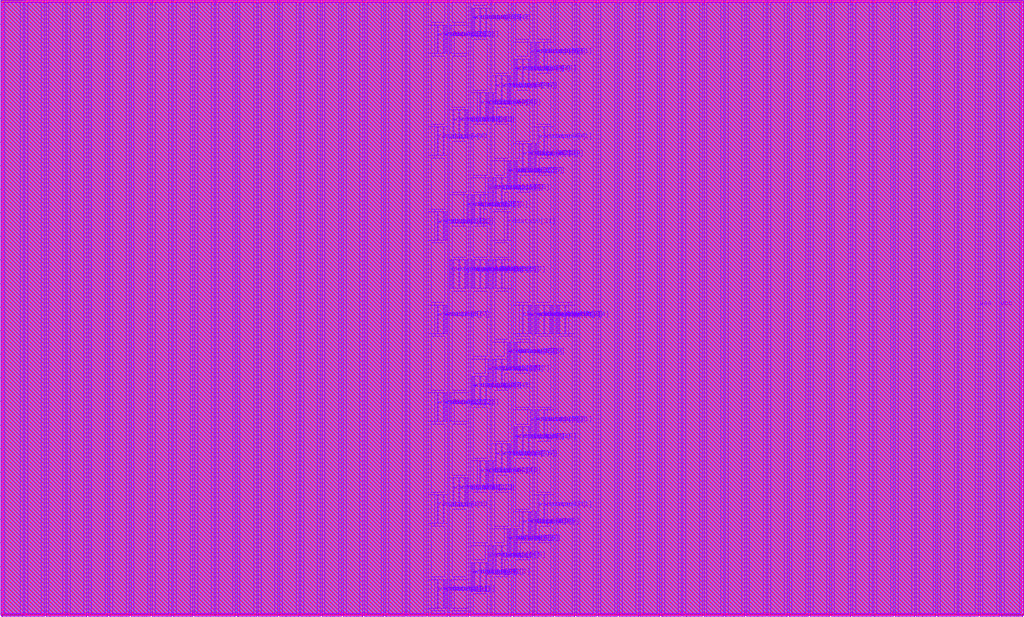
<source format=lef>
VERSION 5.8 ;
BUSBITCHARS "[]" ;
DIVIDERCHAR "/" ;

UNITS
  DATABASE MICRONS 4000 ;
END UNITS

PROPERTYDEFINITIONS
  MACRO hpml_layer STRING ;
  MACRO heml_layer STRING ;
END PROPERTYDEFINITIONS

MACRO arf054b256e1r1w0cbbeheaa4acw
  CLASS BLOCK ;
  FOREIGN arf054b256e1r1w0cbbeheaa4acw ;
  ORIGIN 0 0 ;
  SIZE 43.2 BY 25.92 ;
  PIN ckrdp0
    DIRECTION INPUT ;
    USE SIGNAL ;
    PORT
      LAYER m7 ;
        RECT 18.984 13.8 19.028 15 ;
    END
  END ckrdp0
  PIN ckwrp0
    DIRECTION INPUT ;
    USE SIGNAL ;
    PORT
      LAYER m7 ;
        RECT 22.028 11.88 22.072 13.08 ;
    END
  END ckwrp0
  PIN rdaddrp0[0]
    DIRECTION INPUT ;
    USE SIGNAL ;
    PORT
      LAYER m7 ;
        RECT 19.884 13.8 19.928 15 ;
    END
  END rdaddrp0[0]
  PIN rdaddrp0[1]
    DIRECTION INPUT ;
    USE SIGNAL ;
    PORT
      LAYER m7 ;
        RECT 19.972 13.8 20.016 15 ;
    END
  END rdaddrp0[1]
  PIN rdaddrp0[2]
    DIRECTION INPUT ;
    USE SIGNAL ;
    PORT
      LAYER m7 ;
        RECT 20.228 13.8 20.272 15 ;
    END
  END rdaddrp0[2]
  PIN rdaddrp0[3]
    DIRECTION INPUT ;
    USE SIGNAL ;
    PORT
      LAYER m7 ;
        RECT 20.484 13.8 20.528 15 ;
    END
  END rdaddrp0[3]
  PIN rdaddrp0[4]
    DIRECTION INPUT ;
    USE SIGNAL ;
    PORT
      LAYER m7 ;
        RECT 20.572 13.8 20.616 15 ;
    END
  END rdaddrp0[4]
  PIN rdaddrp0[5]
    DIRECTION INPUT ;
    USE SIGNAL ;
    PORT
      LAYER m7 ;
        RECT 20.784 13.8 20.828 15 ;
    END
  END rdaddrp0[5]
  PIN rdaddrp0[6]
    DIRECTION INPUT ;
    USE SIGNAL ;
    PORT
      LAYER m7 ;
        RECT 20.872 13.8 20.916 15 ;
    END
  END rdaddrp0[6]
  PIN rdaddrp0[7]
    DIRECTION INPUT ;
    USE SIGNAL ;
    PORT
      LAYER m7 ;
        RECT 21.128 13.8 21.172 15 ;
    END
  END rdaddrp0[7]
  PIN rdaddrp0_fd
    DIRECTION INPUT ;
    USE SIGNAL ;
    PORT
      LAYER m7 ;
        RECT 19.072 13.8 19.116 15 ;
    END
  END rdaddrp0_fd
  PIN rdaddrp0_rd
    DIRECTION INPUT ;
    USE SIGNAL ;
    PORT
      LAYER m7 ;
        RECT 19.328 13.8 19.372 15 ;
    END
  END rdaddrp0_rd
  PIN rdenp0
    DIRECTION INPUT ;
    USE SIGNAL ;
    PORT
      LAYER m7 ;
        RECT 19.584 13.8 19.628 15 ;
    END
  END rdenp0
  PIN sdl_initp0
    DIRECTION INPUT ;
    USE SIGNAL ;
    PORT
      LAYER m7 ;
        RECT 19.672 13.8 19.716 15 ;
    END
  END sdl_initp0
  PIN wraddrp0[0]
    DIRECTION INPUT ;
    USE SIGNAL ;
    PORT
      LAYER m7 ;
        RECT 23.184 11.88 23.228 13.08 ;
    END
  END wraddrp0[0]
  PIN wraddrp0[1]
    DIRECTION INPUT ;
    USE SIGNAL ;
    PORT
      LAYER m7 ;
        RECT 23.272 11.88 23.316 13.08 ;
    END
  END wraddrp0[1]
  PIN wraddrp0[2]
    DIRECTION INPUT ;
    USE SIGNAL ;
    PORT
      LAYER m7 ;
        RECT 23.484 11.88 23.528 13.08 ;
    END
  END wraddrp0[2]
  PIN wraddrp0[3]
    DIRECTION INPUT ;
    USE SIGNAL ;
    PORT
      LAYER m7 ;
        RECT 23.572 11.88 23.616 13.08 ;
    END
  END wraddrp0[3]
  PIN wraddrp0[4]
    DIRECTION INPUT ;
    USE SIGNAL ;
    PORT
      LAYER m7 ;
        RECT 23.828 11.88 23.872 13.08 ;
    END
  END wraddrp0[4]
  PIN wraddrp0[5]
    DIRECTION INPUT ;
    USE SIGNAL ;
    PORT
      LAYER m7 ;
        RECT 18.428 11.88 18.472 13.08 ;
    END
  END wraddrp0[5]
  PIN wraddrp0[6]
    DIRECTION INPUT ;
    USE SIGNAL ;
    PORT
      LAYER m7 ;
        RECT 18.684 11.88 18.728 13.08 ;
    END
  END wraddrp0[6]
  PIN wraddrp0[7]
    DIRECTION INPUT ;
    USE SIGNAL ;
    PORT
      LAYER m7 ;
        RECT 18.772 11.88 18.816 13.08 ;
    END
  END wraddrp0[7]
  PIN wraddrp0_fd
    DIRECTION INPUT ;
    USE SIGNAL ;
    PORT
      LAYER m7 ;
        RECT 22.284 11.88 22.328 13.08 ;
    END
  END wraddrp0_fd
  PIN wraddrp0_rd
    DIRECTION INPUT ;
    USE SIGNAL ;
    PORT
      LAYER m7 ;
        RECT 22.372 11.88 22.416 13.08 ;
    END
  END wraddrp0_rd
  PIN wrdatap0[0]
    DIRECTION INPUT ;
    USE SIGNAL ;
    PORT
      LAYER m7 ;
        RECT 18.428 0.24 18.472 1.44 ;
    END
  END wrdatap0[0]
  PIN wrdatap0[10]
    DIRECTION INPUT ;
    USE SIGNAL ;
    PORT
      LAYER m7 ;
        RECT 22.672 3.84 22.716 5.04 ;
    END
  END wrdatap0[10]
  PIN wrdatap0[11]
    DIRECTION INPUT ;
    USE SIGNAL ;
    PORT
      LAYER m7 ;
        RECT 22.928 3.84 22.972 5.04 ;
    END
  END wrdatap0[11]
  PIN wrdatap0[12]
    DIRECTION INPUT ;
    USE SIGNAL ;
    PORT
      LAYER m7 ;
        RECT 19.072 4.56 19.116 5.76 ;
    END
  END wrdatap0[12]
  PIN wrdatap0[13]
    DIRECTION INPUT ;
    USE SIGNAL ;
    PORT
      LAYER m7 ;
        RECT 19.328 4.56 19.372 5.76 ;
    END
  END wrdatap0[13]
  PIN wrdatap0[14]
    DIRECTION INPUT ;
    USE SIGNAL ;
    PORT
      LAYER m7 ;
        RECT 20.228 5.28 20.272 6.48 ;
    END
  END wrdatap0[14]
  PIN wrdatap0[15]
    DIRECTION INPUT ;
    USE SIGNAL ;
    PORT
      LAYER m7 ;
        RECT 20.484 5.28 20.528 6.48 ;
    END
  END wrdatap0[15]
  PIN wrdatap0[16]
    DIRECTION INPUT ;
    USE SIGNAL ;
    PORT
      LAYER m7 ;
        RECT 20.872 6 20.916 7.2 ;
    END
  END wrdatap0[16]
  PIN wrdatap0[17]
    DIRECTION INPUT ;
    USE SIGNAL ;
    PORT
      LAYER m7 ;
        RECT 21.128 6 21.172 7.2 ;
    END
  END wrdatap0[17]
  PIN wrdatap0[18]
    DIRECTION INPUT ;
    USE SIGNAL ;
    PORT
      LAYER m7 ;
        RECT 21.684 6.72 21.728 7.92 ;
    END
  END wrdatap0[18]
  PIN wrdatap0[19]
    DIRECTION INPUT ;
    USE SIGNAL ;
    PORT
      LAYER m7 ;
        RECT 21.772 6.72 21.816 7.92 ;
    END
  END wrdatap0[19]
  PIN wrdatap0[1]
    DIRECTION INPUT ;
    USE SIGNAL ;
    PORT
      LAYER m7 ;
        RECT 18.684 0.24 18.728 1.44 ;
    END
  END wrdatap0[1]
  PIN wrdatap0[20]
    DIRECTION INPUT ;
    USE SIGNAL ;
    PORT
      LAYER m7 ;
        RECT 22.372 7.44 22.416 8.64 ;
    END
  END wrdatap0[20]
  PIN wrdatap0[21]
    DIRECTION INPUT ;
    USE SIGNAL ;
    PORT
      LAYER m7 ;
        RECT 22.584 7.44 22.628 8.64 ;
    END
  END wrdatap0[21]
  PIN wrdatap0[22]
    DIRECTION INPUT ;
    USE SIGNAL ;
    PORT
      LAYER m7 ;
        RECT 18.428 8.16 18.472 9.36 ;
    END
  END wrdatap0[22]
  PIN wrdatap0[23]
    DIRECTION INPUT ;
    USE SIGNAL ;
    PORT
      LAYER m7 ;
        RECT 18.684 8.16 18.728 9.36 ;
    END
  END wrdatap0[23]
  PIN wrdatap0[24]
    DIRECTION INPUT ;
    USE SIGNAL ;
    PORT
      LAYER m7 ;
        RECT 19.884 8.88 19.928 10.08 ;
    END
  END wrdatap0[24]
  PIN wrdatap0[25]
    DIRECTION INPUT ;
    USE SIGNAL ;
    PORT
      LAYER m7 ;
        RECT 19.972 8.88 20.016 10.08 ;
    END
  END wrdatap0[25]
  PIN wrdatap0[26]
    DIRECTION INPUT ;
    USE SIGNAL ;
    PORT
      LAYER m7 ;
        RECT 20.572 9.6 20.616 10.8 ;
    END
  END wrdatap0[26]
  PIN wrdatap0[27]
    DIRECTION INPUT ;
    USE SIGNAL ;
    PORT
      LAYER m7 ;
        RECT 20.784 9.6 20.828 10.8 ;
    END
  END wrdatap0[27]
  PIN wrdatap0[28]
    DIRECTION INPUT ;
    USE SIGNAL ;
    PORT
      LAYER m7 ;
        RECT 21.384 10.32 21.428 11.52 ;
    END
  END wrdatap0[28]
  PIN wrdatap0[29]
    DIRECTION INPUT ;
    USE SIGNAL ;
    PORT
      LAYER m7 ;
        RECT 21.472 10.32 21.516 11.52 ;
    END
  END wrdatap0[29]
  PIN wrdatap0[2]
    DIRECTION INPUT ;
    USE SIGNAL ;
    PORT
      LAYER m7 ;
        RECT 19.884 0.96 19.928 2.16 ;
    END
  END wrdatap0[2]
  PIN wrdatap0[30]
    DIRECTION INPUT ;
    USE SIGNAL ;
    PORT
      LAYER m7 ;
        RECT 18.428 15.84 18.472 17.04 ;
    END
  END wrdatap0[30]
  PIN wrdatap0[31]
    DIRECTION INPUT ;
    USE SIGNAL ;
    PORT
      LAYER m7 ;
        RECT 18.684 15.84 18.728 17.04 ;
    END
  END wrdatap0[31]
  PIN wrdatap0[32]
    DIRECTION INPUT ;
    USE SIGNAL ;
    PORT
      LAYER m7 ;
        RECT 19.672 16.56 19.716 17.76 ;
    END
  END wrdatap0[32]
  PIN wrdatap0[33]
    DIRECTION INPUT ;
    USE SIGNAL ;
    PORT
      LAYER m7 ;
        RECT 19.884 16.56 19.928 17.76 ;
    END
  END wrdatap0[33]
  PIN wrdatap0[34]
    DIRECTION INPUT ;
    USE SIGNAL ;
    PORT
      LAYER m7 ;
        RECT 20.572 17.28 20.616 18.48 ;
    END
  END wrdatap0[34]
  PIN wrdatap0[35]
    DIRECTION INPUT ;
    USE SIGNAL ;
    PORT
      LAYER m7 ;
        RECT 20.784 17.28 20.828 18.48 ;
    END
  END wrdatap0[35]
  PIN wrdatap0[36]
    DIRECTION INPUT ;
    USE SIGNAL ;
    PORT
      LAYER m7 ;
        RECT 21.384 18 21.428 19.2 ;
    END
  END wrdatap0[36]
  PIN wrdatap0[37]
    DIRECTION INPUT ;
    USE SIGNAL ;
    PORT
      LAYER m7 ;
        RECT 21.472 18 21.516 19.2 ;
    END
  END wrdatap0[37]
  PIN wrdatap0[38]
    DIRECTION INPUT ;
    USE SIGNAL ;
    PORT
      LAYER m7 ;
        RECT 22.028 18.72 22.072 19.92 ;
    END
  END wrdatap0[38]
  PIN wrdatap0[39]
    DIRECTION INPUT ;
    USE SIGNAL ;
    PORT
      LAYER m7 ;
        RECT 22.284 18.72 22.328 19.92 ;
    END
  END wrdatap0[39]
  PIN wrdatap0[3]
    DIRECTION INPUT ;
    USE SIGNAL ;
    PORT
      LAYER m7 ;
        RECT 19.972 0.96 20.016 2.16 ;
    END
  END wrdatap0[3]
  PIN wrdatap0[40]
    DIRECTION INPUT ;
    USE SIGNAL ;
    PORT
      LAYER m7 ;
        RECT 22.672 19.44 22.716 20.64 ;
    END
  END wrdatap0[40]
  PIN wrdatap0[41]
    DIRECTION INPUT ;
    USE SIGNAL ;
    PORT
      LAYER m7 ;
        RECT 22.928 19.44 22.972 20.64 ;
    END
  END wrdatap0[41]
  PIN wrdatap0[42]
    DIRECTION INPUT ;
    USE SIGNAL ;
    PORT
      LAYER m7 ;
        RECT 19.072 20.16 19.116 21.36 ;
    END
  END wrdatap0[42]
  PIN wrdatap0[43]
    DIRECTION INPUT ;
    USE SIGNAL ;
    PORT
      LAYER m7 ;
        RECT 19.328 20.16 19.372 21.36 ;
    END
  END wrdatap0[43]
  PIN wrdatap0[44]
    DIRECTION INPUT ;
    USE SIGNAL ;
    PORT
      LAYER m7 ;
        RECT 20.228 20.88 20.272 22.08 ;
    END
  END wrdatap0[44]
  PIN wrdatap0[45]
    DIRECTION INPUT ;
    USE SIGNAL ;
    PORT
      LAYER m7 ;
        RECT 20.484 20.88 20.528 22.08 ;
    END
  END wrdatap0[45]
  PIN wrdatap0[46]
    DIRECTION INPUT ;
    USE SIGNAL ;
    PORT
      LAYER m7 ;
        RECT 20.872 21.6 20.916 22.8 ;
    END
  END wrdatap0[46]
  PIN wrdatap0[47]
    DIRECTION INPUT ;
    USE SIGNAL ;
    PORT
      LAYER m7 ;
        RECT 21.128 21.6 21.172 22.8 ;
    END
  END wrdatap0[47]
  PIN wrdatap0[48]
    DIRECTION INPUT ;
    USE SIGNAL ;
    PORT
      LAYER m7 ;
        RECT 21.684 22.32 21.728 23.52 ;
    END
  END wrdatap0[48]
  PIN wrdatap0[49]
    DIRECTION INPUT ;
    USE SIGNAL ;
    PORT
      LAYER m7 ;
        RECT 21.772 22.32 21.816 23.52 ;
    END
  END wrdatap0[49]
  PIN wrdatap0[4]
    DIRECTION INPUT ;
    USE SIGNAL ;
    PORT
      LAYER m7 ;
        RECT 20.572 1.68 20.616 2.88 ;
    END
  END wrdatap0[4]
  PIN wrdatap0[50]
    DIRECTION INPUT ;
    USE SIGNAL ;
    PORT
      LAYER m7 ;
        RECT 22.372 23.04 22.416 24.24 ;
    END
  END wrdatap0[50]
  PIN wrdatap0[51]
    DIRECTION INPUT ;
    USE SIGNAL ;
    PORT
      LAYER m7 ;
        RECT 22.584 23.04 22.628 24.24 ;
    END
  END wrdatap0[51]
  PIN wrdatap0[52]
    DIRECTION INPUT ;
    USE SIGNAL ;
    PORT
      LAYER m7 ;
        RECT 18.428 23.76 18.472 24.96 ;
    END
  END wrdatap0[52]
  PIN wrdatap0[53]
    DIRECTION INPUT ;
    USE SIGNAL ;
    PORT
      LAYER m7 ;
        RECT 18.684 23.76 18.728 24.96 ;
    END
  END wrdatap0[53]
  PIN wrdatap0[54]
    DIRECTION INPUT ;
    USE SIGNAL ;
    PORT
      LAYER m7 ;
        RECT 19.884 24.48 19.928 25.68 ;
    END
  END wrdatap0[54]
  PIN wrdatap0[55]
    DIRECTION INPUT ;
    USE SIGNAL ;
    PORT
      LAYER m7 ;
        RECT 19.972 24.48 20.016 25.68 ;
    END
  END wrdatap0[55]
  PIN wrdatap0[5]
    DIRECTION INPUT ;
    USE SIGNAL ;
    PORT
      LAYER m7 ;
        RECT 20.784 1.68 20.828 2.88 ;
    END
  END wrdatap0[5]
  PIN wrdatap0[6]
    DIRECTION INPUT ;
    USE SIGNAL ;
    PORT
      LAYER m7 ;
        RECT 21.384 2.4 21.428 3.6 ;
    END
  END wrdatap0[6]
  PIN wrdatap0[7]
    DIRECTION INPUT ;
    USE SIGNAL ;
    PORT
      LAYER m7 ;
        RECT 21.472 2.4 21.516 3.6 ;
    END
  END wrdatap0[7]
  PIN wrdatap0[8]
    DIRECTION INPUT ;
    USE SIGNAL ;
    PORT
      LAYER m7 ;
        RECT 22.028 3.12 22.072 4.32 ;
    END
  END wrdatap0[8]
  PIN wrdatap0[9]
    DIRECTION INPUT ;
    USE SIGNAL ;
    PORT
      LAYER m7 ;
        RECT 22.284 3.12 22.328 4.32 ;
    END
  END wrdatap0[9]
  PIN wrdatap0_fd
    DIRECTION INPUT ;
    USE SIGNAL ;
    PORT
      LAYER m7 ;
        RECT 22.672 11.88 22.716 13.08 ;
    END
  END wrdatap0_fd
  PIN wrdatap0_rd
    DIRECTION INPUT ;
    USE SIGNAL ;
    PORT
      LAYER m7 ;
        RECT 22.928 11.88 22.972 13.08 ;
    END
  END wrdatap0_rd
  PIN wrenp0
    DIRECTION INPUT ;
    USE SIGNAL ;
    PORT
      LAYER m7 ;
        RECT 22.584 11.88 22.628 13.08 ;
    END
  END wrenp0
  PIN rddatap0[0]
    DIRECTION OUTPUT ;
    USE SIGNAL ;
    PORT
      LAYER m7 ;
        RECT 18.772 0.24 18.816 1.44 ;
    END
  END rddatap0[0]
  PIN rddatap0[10]
    DIRECTION OUTPUT ;
    USE SIGNAL ;
    PORT
      LAYER m7 ;
        RECT 18.428 3.84 18.472 5.04 ;
    END
  END rddatap0[10]
  PIN rddatap0[11]
    DIRECTION OUTPUT ;
    USE SIGNAL ;
    PORT
      LAYER m7 ;
        RECT 18.684 3.84 18.728 5.04 ;
    END
  END rddatap0[11]
  PIN rddatap0[12]
    DIRECTION OUTPUT ;
    USE SIGNAL ;
    PORT
      LAYER m7 ;
        RECT 19.584 4.56 19.628 5.76 ;
    END
  END rddatap0[12]
  PIN rddatap0[13]
    DIRECTION OUTPUT ;
    USE SIGNAL ;
    PORT
      LAYER m7 ;
        RECT 19.672 4.56 19.716 5.76 ;
    END
  END rddatap0[13]
  PIN rddatap0[14]
    DIRECTION OUTPUT ;
    USE SIGNAL ;
    PORT
      LAYER m7 ;
        RECT 20.572 5.28 20.616 6.48 ;
    END
  END rddatap0[14]
  PIN rddatap0[15]
    DIRECTION OUTPUT ;
    USE SIGNAL ;
    PORT
      LAYER m7 ;
        RECT 20.784 5.28 20.828 6.48 ;
    END
  END rddatap0[15]
  PIN rddatap0[16]
    DIRECTION OUTPUT ;
    USE SIGNAL ;
    PORT
      LAYER m7 ;
        RECT 21.384 6 21.428 7.2 ;
    END
  END rddatap0[16]
  PIN rddatap0[17]
    DIRECTION OUTPUT ;
    USE SIGNAL ;
    PORT
      LAYER m7 ;
        RECT 21.472 6 21.516 7.2 ;
    END
  END rddatap0[17]
  PIN rddatap0[18]
    DIRECTION OUTPUT ;
    USE SIGNAL ;
    PORT
      LAYER m7 ;
        RECT 22.028 6.72 22.072 7.92 ;
    END
  END rddatap0[18]
  PIN rddatap0[19]
    DIRECTION OUTPUT ;
    USE SIGNAL ;
    PORT
      LAYER m7 ;
        RECT 22.284 6.72 22.328 7.92 ;
    END
  END rddatap0[19]
  PIN rddatap0[1]
    DIRECTION OUTPUT ;
    USE SIGNAL ;
    PORT
      LAYER m7 ;
        RECT 18.984 0.24 19.028 1.44 ;
    END
  END rddatap0[1]
  PIN rddatap0[20]
    DIRECTION OUTPUT ;
    USE SIGNAL ;
    PORT
      LAYER m7 ;
        RECT 22.672 7.44 22.716 8.64 ;
    END
  END rddatap0[20]
  PIN rddatap0[21]
    DIRECTION OUTPUT ;
    USE SIGNAL ;
    PORT
      LAYER m7 ;
        RECT 22.928 7.44 22.972 8.64 ;
    END
  END rddatap0[21]
  PIN rddatap0[22]
    DIRECTION OUTPUT ;
    USE SIGNAL ;
    PORT
      LAYER m7 ;
        RECT 18.772 8.16 18.816 9.36 ;
    END
  END rddatap0[22]
  PIN rddatap0[23]
    DIRECTION OUTPUT ;
    USE SIGNAL ;
    PORT
      LAYER m7 ;
        RECT 18.984 8.16 19.028 9.36 ;
    END
  END rddatap0[23]
  PIN rddatap0[24]
    DIRECTION OUTPUT ;
    USE SIGNAL ;
    PORT
      LAYER m7 ;
        RECT 20.228 8.88 20.272 10.08 ;
    END
  END rddatap0[24]
  PIN rddatap0[25]
    DIRECTION OUTPUT ;
    USE SIGNAL ;
    PORT
      LAYER m7 ;
        RECT 20.484 8.88 20.528 10.08 ;
    END
  END rddatap0[25]
  PIN rddatap0[26]
    DIRECTION OUTPUT ;
    USE SIGNAL ;
    PORT
      LAYER m7 ;
        RECT 20.872 9.6 20.916 10.8 ;
    END
  END rddatap0[26]
  PIN rddatap0[27]
    DIRECTION OUTPUT ;
    USE SIGNAL ;
    PORT
      LAYER m7 ;
        RECT 21.128 9.6 21.172 10.8 ;
    END
  END rddatap0[27]
  PIN rddatap0[28]
    DIRECTION OUTPUT ;
    USE SIGNAL ;
    PORT
      LAYER m7 ;
        RECT 21.684 10.32 21.728 11.52 ;
    END
  END rddatap0[28]
  PIN rddatap0[29]
    DIRECTION OUTPUT ;
    USE SIGNAL ;
    PORT
      LAYER m7 ;
        RECT 21.772 10.32 21.816 11.52 ;
    END
  END rddatap0[29]
  PIN rddatap0[2]
    DIRECTION OUTPUT ;
    USE SIGNAL ;
    PORT
      LAYER m7 ;
        RECT 20.228 0.96 20.272 2.16 ;
    END
  END rddatap0[2]
  PIN rddatap0[30]
    DIRECTION OUTPUT ;
    USE SIGNAL ;
    PORT
      LAYER m7 ;
        RECT 18.772 15.84 18.816 17.04 ;
    END
  END rddatap0[30]
  PIN rddatap0[31]
    DIRECTION OUTPUT ;
    USE SIGNAL ;
    PORT
      LAYER m7 ;
        RECT 21.384 15.84 21.428 17.04 ;
    END
  END rddatap0[31]
  PIN rddatap0[32]
    DIRECTION OUTPUT ;
    USE SIGNAL ;
    PORT
      LAYER m7 ;
        RECT 19.972 16.56 20.016 17.76 ;
    END
  END rddatap0[32]
  PIN rddatap0[33]
    DIRECTION OUTPUT ;
    USE SIGNAL ;
    PORT
      LAYER m7 ;
        RECT 20.228 16.56 20.272 17.76 ;
    END
  END rddatap0[33]
  PIN rddatap0[34]
    DIRECTION OUTPUT ;
    USE SIGNAL ;
    PORT
      LAYER m7 ;
        RECT 20.872 17.28 20.916 18.48 ;
    END
  END rddatap0[34]
  PIN rddatap0[35]
    DIRECTION OUTPUT ;
    USE SIGNAL ;
    PORT
      LAYER m7 ;
        RECT 21.128 17.28 21.172 18.48 ;
    END
  END rddatap0[35]
  PIN rddatap0[36]
    DIRECTION OUTPUT ;
    USE SIGNAL ;
    PORT
      LAYER m7 ;
        RECT 21.684 18 21.728 19.2 ;
    END
  END rddatap0[36]
  PIN rddatap0[37]
    DIRECTION OUTPUT ;
    USE SIGNAL ;
    PORT
      LAYER m7 ;
        RECT 21.772 18 21.816 19.2 ;
    END
  END rddatap0[37]
  PIN rddatap0[38]
    DIRECTION OUTPUT ;
    USE SIGNAL ;
    PORT
      LAYER m7 ;
        RECT 22.372 18.72 22.416 19.92 ;
    END
  END rddatap0[38]
  PIN rddatap0[39]
    DIRECTION OUTPUT ;
    USE SIGNAL ;
    PORT
      LAYER m7 ;
        RECT 22.584 18.72 22.628 19.92 ;
    END
  END rddatap0[39]
  PIN rddatap0[3]
    DIRECTION OUTPUT ;
    USE SIGNAL ;
    PORT
      LAYER m7 ;
        RECT 20.484 0.96 20.528 2.16 ;
    END
  END rddatap0[3]
  PIN rddatap0[40]
    DIRECTION OUTPUT ;
    USE SIGNAL ;
    PORT
      LAYER m7 ;
        RECT 18.428 19.44 18.472 20.64 ;
    END
  END rddatap0[40]
  PIN rddatap0[41]
    DIRECTION OUTPUT ;
    USE SIGNAL ;
    PORT
      LAYER m7 ;
        RECT 18.684 19.44 18.728 20.64 ;
    END
  END rddatap0[41]
  PIN rddatap0[42]
    DIRECTION OUTPUT ;
    USE SIGNAL ;
    PORT
      LAYER m7 ;
        RECT 19.584 20.16 19.628 21.36 ;
    END
  END rddatap0[42]
  PIN rddatap0[43]
    DIRECTION OUTPUT ;
    USE SIGNAL ;
    PORT
      LAYER m7 ;
        RECT 19.672 20.16 19.716 21.36 ;
    END
  END rddatap0[43]
  PIN rddatap0[44]
    DIRECTION OUTPUT ;
    USE SIGNAL ;
    PORT
      LAYER m7 ;
        RECT 20.572 20.88 20.616 22.08 ;
    END
  END rddatap0[44]
  PIN rddatap0[45]
    DIRECTION OUTPUT ;
    USE SIGNAL ;
    PORT
      LAYER m7 ;
        RECT 20.784 20.88 20.828 22.08 ;
    END
  END rddatap0[45]
  PIN rddatap0[46]
    DIRECTION OUTPUT ;
    USE SIGNAL ;
    PORT
      LAYER m7 ;
        RECT 21.384 21.6 21.428 22.8 ;
    END
  END rddatap0[46]
  PIN rddatap0[47]
    DIRECTION OUTPUT ;
    USE SIGNAL ;
    PORT
      LAYER m7 ;
        RECT 21.472 21.6 21.516 22.8 ;
    END
  END rddatap0[47]
  PIN rddatap0[48]
    DIRECTION OUTPUT ;
    USE SIGNAL ;
    PORT
      LAYER m7 ;
        RECT 22.028 22.32 22.072 23.52 ;
    END
  END rddatap0[48]
  PIN rddatap0[49]
    DIRECTION OUTPUT ;
    USE SIGNAL ;
    PORT
      LAYER m7 ;
        RECT 22.284 22.32 22.328 23.52 ;
    END
  END rddatap0[49]
  PIN rddatap0[4]
    DIRECTION OUTPUT ;
    USE SIGNAL ;
    PORT
      LAYER m7 ;
        RECT 20.872 1.68 20.916 2.88 ;
    END
  END rddatap0[4]
  PIN rddatap0[50]
    DIRECTION OUTPUT ;
    USE SIGNAL ;
    PORT
      LAYER m7 ;
        RECT 22.672 23.04 22.716 24.24 ;
    END
  END rddatap0[50]
  PIN rddatap0[51]
    DIRECTION OUTPUT ;
    USE SIGNAL ;
    PORT
      LAYER m7 ;
        RECT 22.928 23.04 22.972 24.24 ;
    END
  END rddatap0[51]
  PIN rddatap0[52]
    DIRECTION OUTPUT ;
    USE SIGNAL ;
    PORT
      LAYER m7 ;
        RECT 18.772 23.76 18.816 24.96 ;
    END
  END rddatap0[52]
  PIN rddatap0[53]
    DIRECTION OUTPUT ;
    USE SIGNAL ;
    PORT
      LAYER m7 ;
        RECT 18.984 23.76 19.028 24.96 ;
    END
  END rddatap0[53]
  PIN rddatap0[54]
    DIRECTION OUTPUT ;
    USE SIGNAL ;
    PORT
      LAYER m7 ;
        RECT 20.228 24.48 20.272 25.68 ;
    END
  END rddatap0[54]
  PIN rddatap0[55]
    DIRECTION OUTPUT ;
    USE SIGNAL ;
    PORT
      LAYER m7 ;
        RECT 20.484 24.48 20.528 25.68 ;
    END
  END rddatap0[55]
  PIN rddatap0[5]
    DIRECTION OUTPUT ;
    USE SIGNAL ;
    PORT
      LAYER m7 ;
        RECT 21.128 1.68 21.172 2.88 ;
    END
  END rddatap0[5]
  PIN rddatap0[6]
    DIRECTION OUTPUT ;
    USE SIGNAL ;
    PORT
      LAYER m7 ;
        RECT 21.684 2.4 21.728 3.6 ;
    END
  END rddatap0[6]
  PIN rddatap0[7]
    DIRECTION OUTPUT ;
    USE SIGNAL ;
    PORT
      LAYER m7 ;
        RECT 21.772 2.4 21.816 3.6 ;
    END
  END rddatap0[7]
  PIN rddatap0[8]
    DIRECTION OUTPUT ;
    USE SIGNAL ;
    PORT
      LAYER m7 ;
        RECT 22.372 3.12 22.416 4.32 ;
    END
  END rddatap0[8]
  PIN rddatap0[9]
    DIRECTION OUTPUT ;
    USE SIGNAL ;
    PORT
      LAYER m7 ;
        RECT 22.584 3.12 22.628 4.32 ;
    END
  END rddatap0[9]
  PIN vcc
    DIRECTION INPUT ;
    USE POWER ;
    PORT
      LAYER m7 ;
        RECT 0.862 0.06 0.938 25.86 ;
        RECT 2.662 0.06 2.738 25.86 ;
        RECT 4.462 0.06 4.538 25.86 ;
        RECT 6.262 0.06 6.338 25.86 ;
        RECT 8.062 0.06 8.138 25.86 ;
        RECT 9.862 0.06 9.938 25.86 ;
        RECT 11.662 0.06 11.738 25.86 ;
        RECT 13.462 0.06 13.538 25.86 ;
        RECT 15.262 0.06 15.338 25.86 ;
        RECT 17.062 0.06 17.138 25.86 ;
        RECT 18.862 0.06 18.938 25.86 ;
        RECT 20.662 0.06 20.738 25.86 ;
        RECT 22.462 0.06 22.538 25.86 ;
        RECT 24.262 0.06 24.338 25.86 ;
        RECT 26.062 0.06 26.138 25.86 ;
        RECT 27.862 0.06 27.938 25.86 ;
        RECT 29.662 0.06 29.738 25.86 ;
        RECT 31.462 0.06 31.538 25.86 ;
        RECT 33.262 0.06 33.338 25.86 ;
        RECT 35.062 0.06 35.138 25.86 ;
        RECT 36.862 0.06 36.938 25.86 ;
        RECT 38.662 0.06 38.738 25.86 ;
        RECT 40.462 0.06 40.538 25.86 ;
        RECT 42.262 0.06 42.338 25.86 ;
    END
  END vcc
  PIN vss
    DIRECTION INOUT ;
    USE GROUND ;
    PORT
      LAYER m7 ;
        RECT 1.762 0.06 1.838 25.86 ;
        RECT 3.562 0.06 3.638 25.86 ;
        RECT 5.362 0.06 5.438 25.86 ;
        RECT 7.162 0.06 7.238 25.86 ;
        RECT 8.962 0.06 9.038 25.86 ;
        RECT 10.762 0.06 10.838 25.86 ;
        RECT 12.562 0.06 12.638 25.86 ;
        RECT 14.362 0.06 14.438 25.86 ;
        RECT 16.162 0.06 16.238 25.86 ;
        RECT 17.962 0.06 18.038 25.86 ;
        RECT 19.762 0.06 19.838 25.86 ;
        RECT 21.562 0.06 21.638 25.86 ;
        RECT 23.362 0.06 23.438 25.86 ;
        RECT 25.162 0.06 25.238 25.86 ;
        RECT 26.962 0.06 27.038 25.86 ;
        RECT 28.762 0.06 28.838 25.86 ;
        RECT 30.562 0.06 30.638 25.86 ;
        RECT 32.362 0.06 32.438 25.86 ;
        RECT 34.162 0.06 34.238 25.86 ;
        RECT 35.962 0.06 36.038 25.86 ;
        RECT 37.762 0.06 37.838 25.86 ;
        RECT 39.562 0.06 39.638 25.86 ;
        RECT 41.362 0.06 41.438 25.86 ;
    END
  END vss
  OBS
    LAYER m0 SPACING 0 ;
      RECT -0.016 -0.014 43.216 25.934 ;
    LAYER m1 SPACING 0 ;
      RECT -0.02 -0.02 43.22 25.94 ;
    LAYER m2 SPACING 0 ;
      RECT -0.0705 -0.038 43.2705 25.958 ;
    LAYER m3 SPACING 0 ;
      RECT -0.035 -0.07 43.235 25.99 ;
    LAYER m4 SPACING 0 ;
      RECT -0.07 -0.038 43.27 25.958 ;
    LAYER m5 SPACING 0 ;
      RECT -0.059 -0.09 43.259 26.01 ;
    LAYER m6 SPACING 0 ;
      RECT -0.09 -0.062 43.29 25.982 ;
    LAYER m7 SPACING 0 ;
      RECT 42.338 25.98 43.24 26.04 ;
      RECT 42.338 -0.06 43.292 25.98 ;
      RECT 42.338 -0.12 43.24 -0.06 ;
      RECT 41.438 -0.12 42.262 26.04 ;
      RECT 40.538 -0.12 41.362 26.04 ;
      RECT 39.638 -0.12 40.462 26.04 ;
      RECT 38.738 -0.12 39.562 26.04 ;
      RECT 37.838 -0.12 38.662 26.04 ;
      RECT 36.938 -0.12 37.762 26.04 ;
      RECT 36.038 -0.12 36.862 26.04 ;
      RECT 35.138 -0.12 35.962 26.04 ;
      RECT 34.238 -0.12 35.062 26.04 ;
      RECT 33.338 -0.12 34.162 26.04 ;
      RECT 32.438 -0.12 33.262 26.04 ;
      RECT 31.538 -0.12 32.362 26.04 ;
      RECT 30.638 -0.12 31.462 26.04 ;
      RECT 29.738 -0.12 30.562 26.04 ;
      RECT 28.838 -0.12 29.662 26.04 ;
      RECT 27.938 -0.12 28.762 26.04 ;
      RECT 27.038 -0.12 27.862 26.04 ;
      RECT 26.138 -0.12 26.962 26.04 ;
      RECT 25.238 -0.12 26.062 26.04 ;
      RECT 24.338 -0.12 25.162 26.04 ;
      RECT 23.438 13.08 24.262 26.04 ;
      RECT 23.438 11.88 23.484 13.08 ;
      RECT 23.528 11.88 23.572 13.08 ;
      RECT 23.616 11.88 23.828 13.08 ;
      RECT 23.872 11.88 24.262 13.08 ;
      RECT 23.438 -0.12 24.262 11.88 ;
      RECT 22.538 24.24 23.362 26.04 ;
      RECT 22.538 23.04 22.584 24.24 ;
      RECT 22.628 23.04 22.672 24.24 ;
      RECT 22.716 23.04 22.928 24.24 ;
      RECT 22.972 23.04 23.362 24.24 ;
      RECT 22.538 20.64 23.362 23.04 ;
      RECT 22.538 19.92 22.672 20.64 ;
      RECT 22.716 19.44 22.928 20.64 ;
      RECT 22.972 19.44 23.362 20.64 ;
      RECT 22.628 19.44 22.672 19.92 ;
      RECT 22.538 18.72 22.584 19.92 ;
      RECT 22.628 18.72 23.362 19.44 ;
      RECT 22.538 13.08 23.362 18.72 ;
      RECT 22.538 11.88 22.584 13.08 ;
      RECT 22.628 11.88 22.672 13.08 ;
      RECT 22.716 11.88 22.928 13.08 ;
      RECT 22.972 11.88 23.184 13.08 ;
      RECT 23.228 11.88 23.272 13.08 ;
      RECT 23.316 11.88 23.362 13.08 ;
      RECT 22.538 8.64 23.362 11.88 ;
      RECT 22.538 7.44 22.584 8.64 ;
      RECT 22.628 7.44 22.672 8.64 ;
      RECT 22.716 7.44 22.928 8.64 ;
      RECT 22.972 7.44 23.362 8.64 ;
      RECT 22.538 5.04 23.362 7.44 ;
      RECT 22.538 4.32 22.672 5.04 ;
      RECT 22.716 3.84 22.928 5.04 ;
      RECT 22.972 3.84 23.362 5.04 ;
      RECT 22.628 3.84 22.672 4.32 ;
      RECT 22.538 3.12 22.584 4.32 ;
      RECT 22.628 3.12 23.362 3.84 ;
      RECT 22.538 -0.12 23.362 3.12 ;
      RECT 21.638 24.24 22.462 26.04 ;
      RECT 21.638 23.52 22.372 24.24 ;
      RECT 22.416 23.04 22.462 24.24 ;
      RECT 22.328 23.04 22.372 23.52 ;
      RECT 21.638 22.32 21.684 23.52 ;
      RECT 21.728 22.32 21.772 23.52 ;
      RECT 21.816 22.32 22.028 23.52 ;
      RECT 22.072 22.32 22.284 23.52 ;
      RECT 22.328 22.32 22.462 23.04 ;
      RECT 21.638 19.92 22.462 22.32 ;
      RECT 21.638 19.2 22.028 19.92 ;
      RECT 22.072 18.72 22.284 19.92 ;
      RECT 22.328 18.72 22.372 19.92 ;
      RECT 22.416 18.72 22.462 19.92 ;
      RECT 21.816 18.72 22.028 19.2 ;
      RECT 21.638 18 21.684 19.2 ;
      RECT 21.728 18 21.772 19.2 ;
      RECT 21.816 18 22.462 18.72 ;
      RECT 21.638 13.08 22.462 18 ;
      RECT 21.638 11.88 22.028 13.08 ;
      RECT 22.072 11.88 22.284 13.08 ;
      RECT 22.328 11.88 22.372 13.08 ;
      RECT 22.416 11.88 22.462 13.08 ;
      RECT 21.638 11.52 22.462 11.88 ;
      RECT 21.638 10.32 21.684 11.52 ;
      RECT 21.728 10.32 21.772 11.52 ;
      RECT 21.816 10.32 22.462 11.52 ;
      RECT 21.638 8.64 22.462 10.32 ;
      RECT 21.638 7.92 22.372 8.64 ;
      RECT 22.416 7.44 22.462 8.64 ;
      RECT 22.328 7.44 22.372 7.92 ;
      RECT 21.638 6.72 21.684 7.92 ;
      RECT 21.728 6.72 21.772 7.92 ;
      RECT 21.816 6.72 22.028 7.92 ;
      RECT 22.072 6.72 22.284 7.92 ;
      RECT 22.328 6.72 22.462 7.44 ;
      RECT 21.638 4.32 22.462 6.72 ;
      RECT 21.638 3.6 22.028 4.32 ;
      RECT 22.072 3.12 22.284 4.32 ;
      RECT 22.328 3.12 22.372 4.32 ;
      RECT 22.416 3.12 22.462 4.32 ;
      RECT 21.816 3.12 22.028 3.6 ;
      RECT 21.638 2.4 21.684 3.6 ;
      RECT 21.728 2.4 21.772 3.6 ;
      RECT 21.816 2.4 22.462 3.12 ;
      RECT 21.638 -0.12 22.462 2.4 ;
      RECT 20.738 22.8 21.562 26.04 ;
      RECT 20.738 22.08 20.872 22.8 ;
      RECT 20.916 21.6 21.128 22.8 ;
      RECT 21.172 21.6 21.384 22.8 ;
      RECT 21.428 21.6 21.472 22.8 ;
      RECT 21.516 21.6 21.562 22.8 ;
      RECT 20.828 21.6 20.872 22.08 ;
      RECT 20.738 20.88 20.784 22.08 ;
      RECT 20.828 20.88 21.562 21.6 ;
      RECT 20.738 19.2 21.562 20.88 ;
      RECT 20.738 18.48 21.384 19.2 ;
      RECT 21.428 18 21.472 19.2 ;
      RECT 21.516 18 21.562 19.2 ;
      RECT 21.172 18 21.384 18.48 ;
      RECT 20.738 17.28 20.784 18.48 ;
      RECT 20.828 17.28 20.872 18.48 ;
      RECT 20.916 17.28 21.128 18.48 ;
      RECT 21.172 17.28 21.562 18 ;
      RECT 20.738 17.04 21.562 17.28 ;
      RECT 20.738 15.84 21.384 17.04 ;
      RECT 21.428 15.84 21.562 17.04 ;
      RECT 20.738 15 21.562 15.84 ;
      RECT 20.738 13.8 20.784 15 ;
      RECT 20.828 13.8 20.872 15 ;
      RECT 20.916 13.8 21.128 15 ;
      RECT 21.172 13.8 21.562 15 ;
      RECT 20.738 11.52 21.562 13.8 ;
      RECT 20.738 10.8 21.384 11.52 ;
      RECT 21.428 10.32 21.472 11.52 ;
      RECT 21.516 10.32 21.562 11.52 ;
      RECT 21.172 10.32 21.384 10.8 ;
      RECT 20.738 9.6 20.784 10.8 ;
      RECT 20.828 9.6 20.872 10.8 ;
      RECT 20.916 9.6 21.128 10.8 ;
      RECT 21.172 9.6 21.562 10.32 ;
      RECT 20.738 7.2 21.562 9.6 ;
      RECT 20.738 6.48 20.872 7.2 ;
      RECT 20.916 6 21.128 7.2 ;
      RECT 21.172 6 21.384 7.2 ;
      RECT 21.428 6 21.472 7.2 ;
      RECT 21.516 6 21.562 7.2 ;
      RECT 20.828 6 20.872 6.48 ;
      RECT 20.738 5.28 20.784 6.48 ;
      RECT 20.828 5.28 21.562 6 ;
      RECT 20.738 3.6 21.562 5.28 ;
      RECT 20.738 2.88 21.384 3.6 ;
      RECT 21.428 2.4 21.472 3.6 ;
      RECT 21.516 2.4 21.562 3.6 ;
      RECT 21.172 2.4 21.384 2.88 ;
      RECT 20.738 1.68 20.784 2.88 ;
      RECT 20.828 1.68 20.872 2.88 ;
      RECT 20.916 1.68 21.128 2.88 ;
      RECT 21.172 1.68 21.562 2.4 ;
      RECT 20.738 -0.12 21.562 1.68 ;
      RECT 19.838 25.68 20.662 26.04 ;
      RECT 19.838 24.48 19.884 25.68 ;
      RECT 19.928 24.48 19.972 25.68 ;
      RECT 20.016 24.48 20.228 25.68 ;
      RECT 20.272 24.48 20.484 25.68 ;
      RECT 20.528 24.48 20.662 25.68 ;
      RECT 19.838 22.08 20.662 24.48 ;
      RECT 19.838 20.88 20.228 22.08 ;
      RECT 20.272 20.88 20.484 22.08 ;
      RECT 20.528 20.88 20.572 22.08 ;
      RECT 20.616 20.88 20.662 22.08 ;
      RECT 19.838 18.48 20.662 20.88 ;
      RECT 19.838 17.76 20.572 18.48 ;
      RECT 20.616 17.28 20.662 18.48 ;
      RECT 20.272 17.28 20.572 17.76 ;
      RECT 19.838 16.56 19.884 17.76 ;
      RECT 19.928 16.56 19.972 17.76 ;
      RECT 20.016 16.56 20.228 17.76 ;
      RECT 20.272 16.56 20.662 17.28 ;
      RECT 19.838 15 20.662 16.56 ;
      RECT 19.838 13.8 19.884 15 ;
      RECT 19.928 13.8 19.972 15 ;
      RECT 20.016 13.8 20.228 15 ;
      RECT 20.272 13.8 20.484 15 ;
      RECT 20.528 13.8 20.572 15 ;
      RECT 20.616 13.8 20.662 15 ;
      RECT 19.838 10.8 20.662 13.8 ;
      RECT 19.838 10.08 20.572 10.8 ;
      RECT 20.616 9.6 20.662 10.8 ;
      RECT 20.528 9.6 20.572 10.08 ;
      RECT 19.838 8.88 19.884 10.08 ;
      RECT 19.928 8.88 19.972 10.08 ;
      RECT 20.016 8.88 20.228 10.08 ;
      RECT 20.272 8.88 20.484 10.08 ;
      RECT 20.528 8.88 20.662 9.6 ;
      RECT 19.838 6.48 20.662 8.88 ;
      RECT 19.838 5.28 20.228 6.48 ;
      RECT 20.272 5.28 20.484 6.48 ;
      RECT 20.528 5.28 20.572 6.48 ;
      RECT 20.616 5.28 20.662 6.48 ;
      RECT 19.838 2.88 20.662 5.28 ;
      RECT 19.838 2.16 20.572 2.88 ;
      RECT 20.616 1.68 20.662 2.88 ;
      RECT 20.528 1.68 20.572 2.16 ;
      RECT 19.838 0.96 19.884 2.16 ;
      RECT 19.928 0.96 19.972 2.16 ;
      RECT 20.016 0.96 20.228 2.16 ;
      RECT 20.272 0.96 20.484 2.16 ;
      RECT 20.528 0.96 20.662 1.68 ;
      RECT 19.838 -0.12 20.662 0.96 ;
      RECT 18.938 24.96 19.762 26.04 ;
      RECT 18.938 23.76 18.984 24.96 ;
      RECT 19.028 23.76 19.762 24.96 ;
      RECT 18.938 21.36 19.762 23.76 ;
      RECT 18.938 20.16 19.072 21.36 ;
      RECT 19.116 20.16 19.328 21.36 ;
      RECT 19.372 20.16 19.584 21.36 ;
      RECT 19.628 20.16 19.672 21.36 ;
      RECT 19.716 20.16 19.762 21.36 ;
      RECT 18.938 17.76 19.762 20.16 ;
      RECT 18.938 16.56 19.672 17.76 ;
      RECT 19.716 16.56 19.762 17.76 ;
      RECT 18.938 15 19.762 16.56 ;
      RECT 18.938 13.8 18.984 15 ;
      RECT 19.028 13.8 19.072 15 ;
      RECT 19.116 13.8 19.328 15 ;
      RECT 19.372 13.8 19.584 15 ;
      RECT 19.628 13.8 19.672 15 ;
      RECT 19.716 13.8 19.762 15 ;
      RECT 18.938 9.36 19.762 13.8 ;
      RECT 18.938 8.16 18.984 9.36 ;
      RECT 19.028 8.16 19.762 9.36 ;
      RECT 18.938 5.76 19.762 8.16 ;
      RECT 18.938 4.56 19.072 5.76 ;
      RECT 19.116 4.56 19.328 5.76 ;
      RECT 19.372 4.56 19.584 5.76 ;
      RECT 19.628 4.56 19.672 5.76 ;
      RECT 19.716 4.56 19.762 5.76 ;
      RECT 18.938 1.44 19.762 4.56 ;
      RECT 18.938 0.24 18.984 1.44 ;
      RECT 19.028 0.24 19.762 1.44 ;
      RECT 18.938 -0.12 19.762 0.24 ;
      RECT 18.038 24.96 18.862 26.04 ;
      RECT 18.038 23.76 18.428 24.96 ;
      RECT 18.472 23.76 18.684 24.96 ;
      RECT 18.728 23.76 18.772 24.96 ;
      RECT 18.816 23.76 18.862 24.96 ;
      RECT 18.038 20.64 18.862 23.76 ;
      RECT 18.038 19.44 18.428 20.64 ;
      RECT 18.472 19.44 18.684 20.64 ;
      RECT 18.728 19.44 18.862 20.64 ;
      RECT 18.038 17.04 18.862 19.44 ;
      RECT 18.038 15.84 18.428 17.04 ;
      RECT 18.472 15.84 18.684 17.04 ;
      RECT 18.728 15.84 18.772 17.04 ;
      RECT 18.816 15.84 18.862 17.04 ;
      RECT 18.038 13.08 18.862 15.84 ;
      RECT 18.038 11.88 18.428 13.08 ;
      RECT 18.472 11.88 18.684 13.08 ;
      RECT 18.728 11.88 18.772 13.08 ;
      RECT 18.816 11.88 18.862 13.08 ;
      RECT 18.038 9.36 18.862 11.88 ;
      RECT 18.038 8.16 18.428 9.36 ;
      RECT 18.472 8.16 18.684 9.36 ;
      RECT 18.728 8.16 18.772 9.36 ;
      RECT 18.816 8.16 18.862 9.36 ;
      RECT 18.038 5.04 18.862 8.16 ;
      RECT 18.038 3.84 18.428 5.04 ;
      RECT 18.472 3.84 18.684 5.04 ;
      RECT 18.728 3.84 18.862 5.04 ;
      RECT 18.038 1.44 18.862 3.84 ;
      RECT 18.038 0.24 18.428 1.44 ;
      RECT 18.472 0.24 18.684 1.44 ;
      RECT 18.728 0.24 18.772 1.44 ;
      RECT 18.816 0.24 18.862 1.44 ;
      RECT 18.038 -0.12 18.862 0.24 ;
      RECT 17.138 -0.12 17.962 26.04 ;
      RECT 16.238 -0.12 17.062 26.04 ;
      RECT 15.338 -0.12 16.162 26.04 ;
      RECT 14.438 -0.12 15.262 26.04 ;
      RECT 13.538 -0.12 14.362 26.04 ;
      RECT 12.638 -0.12 13.462 26.04 ;
      RECT 11.738 -0.12 12.562 26.04 ;
      RECT 10.838 -0.12 11.662 26.04 ;
      RECT 9.938 -0.12 10.762 26.04 ;
      RECT 9.038 -0.12 9.862 26.04 ;
      RECT 8.138 -0.12 8.962 26.04 ;
      RECT 7.238 -0.12 8.062 26.04 ;
      RECT 6.338 -0.12 7.162 26.04 ;
      RECT 5.438 -0.12 6.262 26.04 ;
      RECT 4.538 -0.12 5.362 26.04 ;
      RECT 3.638 -0.12 4.462 26.04 ;
      RECT 2.738 -0.12 3.562 26.04 ;
      RECT 1.838 -0.12 2.662 26.04 ;
      RECT 0.938 -0.12 1.762 26.04 ;
      RECT -0.04 25.98 0.862 26.04 ;
      RECT -0.092 -0.06 0.862 25.98 ;
      RECT -0.04 -0.12 0.862 -0.06 ;
    LAYER m7 ;
      RECT 42.458 0 43.12 25.92 ;
      RECT 41.558 0 42.142 25.92 ;
      RECT 40.658 0 41.242 25.92 ;
      RECT 39.758 0 40.342 25.92 ;
      RECT 38.858 0 39.442 25.92 ;
      RECT 37.958 0 38.542 25.92 ;
      RECT 37.058 0 37.642 25.92 ;
      RECT 36.158 0 36.742 25.92 ;
      RECT 35.258 0 35.842 25.92 ;
      RECT 34.358 0 34.942 25.92 ;
      RECT 33.458 0 34.042 25.92 ;
      RECT 32.558 0 33.142 25.92 ;
      RECT 31.658 0 32.242 25.92 ;
      RECT 30.758 0 31.342 25.92 ;
      RECT 29.858 0 30.442 25.92 ;
      RECT 28.958 0 29.542 25.92 ;
      RECT 28.058 0 28.642 25.92 ;
      RECT 27.158 0 27.742 25.92 ;
      RECT 26.258 0 26.842 25.92 ;
      RECT 25.358 0 25.942 25.92 ;
      RECT 24.458 0 25.042 25.92 ;
      RECT 23.558 13.2 24.142 25.92 ;
      RECT 23.992 11.76 24.142 13.2 ;
      RECT 23.558 0 24.142 11.76 ;
      RECT 22.658 24.36 23.242 25.92 ;
      RECT 23.092 22.92 23.242 24.36 ;
      RECT 22.658 20.76 23.242 22.92 ;
      RECT 23.092 19.32 23.242 20.76 ;
      RECT 22.748 18.6 23.242 19.32 ;
      RECT 22.658 13.2 23.242 18.6 ;
      RECT 21.758 24.36 22.342 25.92 ;
      RECT 21.758 23.64 22.252 24.36 ;
      RECT 20.858 22.92 21.442 25.92 ;
      RECT 19.958 25.8 20.542 25.92 ;
      RECT 19.058 25.08 19.642 25.92 ;
      RECT 19.148 23.64 19.642 25.08 ;
      RECT 19.058 21.48 19.642 23.64 ;
      RECT 18.158 25.08 18.742 25.92 ;
      RECT 18.158 23.64 18.308 25.08 ;
      RECT 18.158 20.76 18.742 23.64 ;
      RECT 18.158 19.32 18.308 20.76 ;
      RECT 18.158 17.16 18.742 19.32 ;
      RECT 18.158 15.72 18.308 17.16 ;
      RECT 18.158 13.2 18.742 15.72 ;
      RECT 18.158 11.76 18.308 13.2 ;
      RECT 18.158 9.48 18.742 11.76 ;
      RECT 18.158 8.04 18.308 9.48 ;
      RECT 18.158 5.16 18.742 8.04 ;
      RECT 18.158 3.72 18.308 5.16 ;
      RECT 18.158 1.56 18.742 3.72 ;
      RECT 18.158 0.12 18.308 1.56 ;
      RECT 18.158 0 18.742 0.12 ;
      RECT 17.258 0 17.842 25.92 ;
      RECT 16.358 0 16.942 25.92 ;
      RECT 15.458 0 16.042 25.92 ;
      RECT 14.558 0 15.142 25.92 ;
      RECT 13.658 0 14.242 25.92 ;
      RECT 12.758 0 13.342 25.92 ;
      RECT 11.858 0 12.442 25.92 ;
      RECT 10.958 0 11.542 25.92 ;
      RECT 10.058 0 10.642 25.92 ;
      RECT 9.158 0 9.742 25.92 ;
      RECT 8.258 0 8.842 25.92 ;
      RECT 7.358 0 7.942 25.92 ;
      RECT 6.458 0 7.042 25.92 ;
      RECT 5.558 0 6.142 25.92 ;
      RECT 4.658 0 5.242 25.92 ;
      RECT 3.758 0 4.342 25.92 ;
      RECT 2.858 0 3.442 25.92 ;
      RECT 1.958 0 2.542 25.92 ;
      RECT 1.058 0 1.642 25.92 ;
      RECT 0.08 0 0.742 25.92 ;
      RECT 19.958 22.2 20.542 24.36 ;
      RECT 19.958 20.76 20.108 22.2 ;
      RECT 19.958 18.6 20.542 20.76 ;
      RECT 19.958 17.88 20.452 18.6 ;
      RECT 20.392 17.16 20.452 17.88 ;
      RECT 20.392 16.44 20.542 17.16 ;
      RECT 19.958 15.12 20.542 16.44 ;
      RECT 21.758 20.04 22.342 22.2 ;
      RECT 21.758 19.32 21.908 20.04 ;
      RECT 20.948 20.76 21.442 21.48 ;
      RECT 20.858 19.32 21.442 20.76 ;
      RECT 20.858 18.6 21.264 19.32 ;
      RECT 19.058 17.88 19.642 20.04 ;
      RECT 19.058 16.44 19.552 17.88 ;
      RECT 19.058 15.12 19.642 16.44 ;
      RECT 21.936 17.88 22.342 18.6 ;
      RECT 21.758 13.2 22.342 17.88 ;
      RECT 21.758 11.76 21.908 13.2 ;
      RECT 21.758 11.64 22.342 11.76 ;
      RECT 21.936 10.2 22.342 11.64 ;
      RECT 21.758 8.76 22.342 10.2 ;
      RECT 21.758 8.04 22.252 8.76 ;
      RECT 21.292 17.16 21.442 17.88 ;
      RECT 20.858 15.72 21.264 17.16 ;
      RECT 20.858 15.12 21.442 15.72 ;
      RECT 21.292 13.68 21.442 15.12 ;
      RECT 20.858 11.64 21.442 13.68 ;
      RECT 20.858 10.92 21.264 11.64 ;
      RECT 19.958 10.92 20.542 13.68 ;
      RECT 19.958 10.2 20.452 10.92 ;
      RECT 19.058 9.48 19.642 13.68 ;
      RECT 19.148 8.04 19.642 9.48 ;
      RECT 19.058 5.88 19.642 8.04 ;
      RECT 22.658 8.76 23.242 11.76 ;
      RECT 23.092 7.32 23.242 8.76 ;
      RECT 22.658 5.16 23.242 7.32 ;
      RECT 23.092 3.72 23.242 5.16 ;
      RECT 22.748 3 23.242 3.72 ;
      RECT 22.658 0 23.242 3 ;
      RECT 21.292 9.48 21.442 10.2 ;
      RECT 20.858 7.32 21.442 9.48 ;
      RECT 19.958 6.6 20.542 8.76 ;
      RECT 19.958 5.16 20.108 6.6 ;
      RECT 19.958 3 20.542 5.16 ;
      RECT 19.958 2.28 20.452 3 ;
      RECT 21.758 4.44 22.342 6.6 ;
      RECT 21.758 3.72 21.908 4.44 ;
      RECT 20.948 5.16 21.442 5.88 ;
      RECT 20.858 3.72 21.442 5.16 ;
      RECT 20.858 3 21.264 3.72 ;
      RECT 19.058 1.56 19.642 4.44 ;
      RECT 19.148 0.12 19.642 1.56 ;
      RECT 19.058 0 19.642 0.12 ;
      RECT 21.936 2.28 22.342 3 ;
      RECT 21.758 0 22.342 2.28 ;
      RECT 21.292 1.56 21.442 2.28 ;
      RECT 20.858 0 21.442 1.56 ;
      RECT 19.958 0 20.542 0.84 ;
    LAYER m0 ;
      RECT 0 0.002 43.2 25.918 ;
    LAYER m1 ;
      RECT 0 0 43.2 25.92 ;
    LAYER m2 ;
      RECT 0 0.015 43.2 25.905 ;
    LAYER m3 ;
      RECT 0.015 0 43.185 25.92 ;
    LAYER m4 ;
      RECT 0 0.02 43.2 25.9 ;
    LAYER m5 ;
      RECT 0.012 0 43.188 25.92 ;
    LAYER m6 ;
      RECT 0 0.012 43.2 25.908 ;
  END
  PROPERTY hpml_layer "7" ;
  PROPERTY heml_layer "7" ;
END arf054b256e1r1w0cbbeheaa4acw

END LIBRARY

</source>
